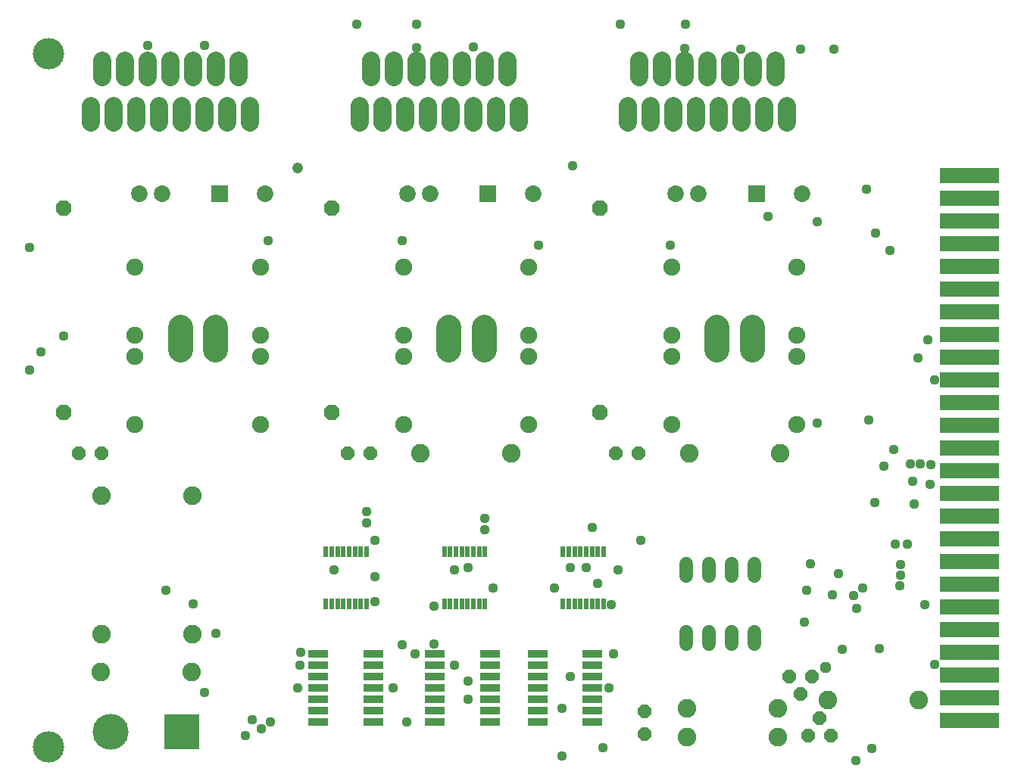
<source format=gts>
G75*
G70*
%OFA0B0*%
%FSLAX24Y24*%
%IPPOS*%
%LPD*%
%AMOC8*
5,1,8,0,0,1.08239X$1,22.5*
%
%ADD10C,0.0789*%
%ADD11C,0.1084*%
%ADD12C,0.0749*%
%ADD13OC8,0.0600*%
%ADD14C,0.0820*%
%ADD15OC8,0.0680*%
%ADD16C,0.0730*%
%ADD17R,0.0730X0.0730*%
%ADD18R,0.1580X0.1580*%
%ADD19C,0.1580*%
%ADD20R,0.0880X0.0340*%
%ADD21C,0.1380*%
%ADD22R,0.0200X0.0470*%
%ADD23C,0.0600*%
%ADD24R,0.2630X0.0680*%
%ADD25C,0.0437*%
%ADD26C,0.0476*%
%ADD27OC8,0.0476*%
D10*
X004571Y033168D02*
X004571Y033877D01*
X005571Y033877D02*
X005571Y033168D01*
X006571Y033168D02*
X006571Y033877D01*
X007571Y033877D02*
X007571Y033168D01*
X008571Y033168D02*
X008571Y033877D01*
X009571Y033877D02*
X009571Y033168D01*
X010571Y033168D02*
X010571Y033877D01*
X011571Y033877D02*
X011571Y033168D01*
X011071Y035168D02*
X011071Y035877D01*
X010071Y035877D02*
X010071Y035168D01*
X009071Y035168D02*
X009071Y035877D01*
X008071Y035877D02*
X008071Y035168D01*
X007071Y035168D02*
X007071Y035877D01*
X006071Y035877D02*
X006071Y035168D01*
X005071Y035168D02*
X005071Y035877D01*
X016382Y033877D02*
X016382Y033168D01*
X017382Y033168D02*
X017382Y033877D01*
X018382Y033877D02*
X018382Y033168D01*
X019382Y033168D02*
X019382Y033877D01*
X020382Y033877D02*
X020382Y033168D01*
X021382Y033168D02*
X021382Y033877D01*
X022382Y033877D02*
X022382Y033168D01*
X023382Y033168D02*
X023382Y033877D01*
X022882Y035168D02*
X022882Y035877D01*
X021882Y035877D02*
X021882Y035168D01*
X020882Y035168D02*
X020882Y035877D01*
X019882Y035877D02*
X019882Y035168D01*
X018882Y035168D02*
X018882Y035877D01*
X017882Y035877D02*
X017882Y035168D01*
X016882Y035168D02*
X016882Y035877D01*
X028193Y033877D02*
X028193Y033168D01*
X029193Y033168D02*
X029193Y033877D01*
X030193Y033877D02*
X030193Y033168D01*
X031193Y033168D02*
X031193Y033877D01*
X032193Y033877D02*
X032193Y033168D01*
X033193Y033168D02*
X033193Y033877D01*
X034193Y033877D02*
X034193Y033168D01*
X035193Y033168D02*
X035193Y033877D01*
X034693Y035168D02*
X034693Y035877D01*
X033693Y035877D02*
X033693Y035168D01*
X032693Y035168D02*
X032693Y035877D01*
X031693Y035877D02*
X031693Y035168D01*
X030693Y035168D02*
X030693Y035877D01*
X029693Y035877D02*
X029693Y035168D01*
X028693Y035168D02*
X028693Y035877D01*
D11*
X032094Y024150D02*
X032094Y023147D01*
X033653Y023147D02*
X033653Y024150D01*
X021842Y024150D02*
X021842Y023147D01*
X020283Y023147D02*
X020283Y024150D01*
X010031Y024150D02*
X010031Y023147D01*
X008472Y023147D02*
X008472Y024150D01*
D12*
X006496Y023802D03*
X006496Y022865D03*
X006496Y019865D03*
X012008Y019865D03*
X012008Y022865D03*
X012008Y023802D03*
X012008Y026802D03*
X006496Y026802D03*
X018307Y026802D03*
X018307Y023802D03*
X018307Y022865D03*
X018307Y019865D03*
X023819Y019865D03*
X023819Y022865D03*
X023819Y023802D03*
X023819Y026802D03*
X030118Y026802D03*
X030118Y023802D03*
X030118Y022865D03*
X030118Y019865D03*
X035630Y019865D03*
X035630Y022865D03*
X035630Y023802D03*
X035630Y026802D03*
D13*
X028649Y018609D03*
X027649Y018609D03*
X016838Y018609D03*
X015838Y018609D03*
X005027Y018609D03*
X004027Y018609D03*
X028911Y007215D03*
X028911Y006215D03*
X035299Y008747D03*
X035799Y007997D03*
X036299Y008747D03*
X036612Y006923D03*
X036112Y006173D03*
X037112Y006173D03*
D14*
X036990Y007741D03*
X034792Y007357D03*
X034797Y006088D03*
X030797Y006088D03*
X030792Y007357D03*
X040990Y007741D03*
X034874Y018609D03*
X030874Y018609D03*
X023063Y018609D03*
X019063Y018609D03*
X009024Y016714D03*
X005024Y016714D03*
X005018Y010630D03*
X004978Y008961D03*
X008978Y008961D03*
X009018Y010630D03*
D15*
X003346Y020408D03*
X003346Y029408D03*
X015157Y029408D03*
X015157Y020408D03*
X026968Y020408D03*
X026968Y029408D03*
D16*
X024031Y030026D03*
X019488Y030026D03*
X018488Y030026D03*
X012220Y030026D03*
X007677Y030026D03*
X006677Y030026D03*
X030299Y030026D03*
X031299Y030026D03*
X035842Y030026D03*
D17*
X033842Y030026D03*
X022031Y030026D03*
X010220Y030026D03*
D18*
X008539Y006337D03*
D19*
X005434Y006337D03*
D20*
X014568Y006774D03*
X014568Y007274D03*
X014568Y007774D03*
X014568Y008274D03*
X014568Y008774D03*
X014568Y009274D03*
X014568Y009774D03*
X016988Y009774D03*
X016988Y009274D03*
X016988Y008774D03*
X016988Y008274D03*
X016988Y007774D03*
X016988Y007274D03*
X016988Y006774D03*
X019686Y006774D03*
X019686Y007274D03*
X019686Y007774D03*
X019686Y008274D03*
X019686Y008774D03*
X019686Y009274D03*
X019686Y009774D03*
X022106Y009774D03*
X022106Y009274D03*
X022106Y008774D03*
X022106Y008274D03*
X022106Y007774D03*
X022106Y007274D03*
X022106Y006774D03*
X024213Y006774D03*
X024213Y007274D03*
X024213Y007774D03*
X024213Y008274D03*
X024213Y008774D03*
X024213Y009274D03*
X024213Y009774D03*
X026633Y009774D03*
X026633Y009274D03*
X026633Y008774D03*
X026633Y008274D03*
X026633Y007774D03*
X026633Y007274D03*
X026633Y006774D03*
D21*
X002686Y005649D03*
X002686Y036198D03*
D22*
X014894Y014246D03*
X015150Y014246D03*
X015406Y014246D03*
X015661Y014246D03*
X015917Y014246D03*
X016173Y014246D03*
X016429Y014246D03*
X016685Y014246D03*
X016685Y011949D03*
X016429Y011949D03*
X016173Y011949D03*
X015917Y011949D03*
X015661Y011949D03*
X015406Y011949D03*
X015150Y011949D03*
X014894Y011949D03*
X020110Y011949D03*
X020366Y011949D03*
X020622Y011949D03*
X020878Y011949D03*
X021134Y011949D03*
X021390Y011949D03*
X021646Y011949D03*
X021902Y011949D03*
X021902Y014246D03*
X021646Y014246D03*
X021390Y014246D03*
X021134Y014246D03*
X020878Y014246D03*
X020622Y014246D03*
X020366Y014246D03*
X020110Y014246D03*
X025327Y014246D03*
X025583Y014246D03*
X025839Y014246D03*
X026095Y014246D03*
X026350Y014246D03*
X026606Y014246D03*
X026862Y014246D03*
X027118Y014246D03*
X027118Y011949D03*
X026862Y011949D03*
X026606Y011949D03*
X026350Y011949D03*
X026095Y011949D03*
X025839Y011949D03*
X025583Y011949D03*
X025327Y011949D03*
D23*
X030741Y010716D02*
X030741Y010196D01*
X031741Y010196D02*
X031741Y010716D01*
X032741Y010716D02*
X032741Y010196D01*
X033741Y010196D02*
X033741Y010716D01*
X033741Y013196D02*
X033741Y013716D01*
X032741Y013716D02*
X032741Y013196D01*
X031741Y013196D02*
X031741Y013716D01*
X030741Y013716D02*
X030741Y013196D01*
D24*
X043224Y012814D03*
X043224Y013814D03*
X043224Y014814D03*
X043224Y015814D03*
X043224Y016814D03*
X043224Y017814D03*
X043224Y018814D03*
X043224Y019814D03*
X043224Y020814D03*
X043224Y021814D03*
X043224Y022814D03*
X043224Y023814D03*
X043224Y024814D03*
X043224Y025814D03*
X043224Y026814D03*
X043224Y027814D03*
X043224Y028814D03*
X043224Y029814D03*
X043224Y030814D03*
X043224Y011814D03*
X043224Y010814D03*
X043224Y009814D03*
X043224Y008814D03*
X043224Y007814D03*
X043224Y006814D03*
D25*
X041703Y009291D03*
X039254Y009990D03*
X037626Y009969D03*
X035946Y011149D03*
X037186Y012369D03*
X038136Y012324D03*
X038531Y012670D03*
X038244Y011760D03*
X037444Y013289D03*
X036205Y013711D03*
X036046Y012549D03*
X039941Y014593D03*
X040484Y014590D03*
X040186Y013684D03*
X040175Y013230D03*
X040156Y012768D03*
X041264Y011926D03*
X040799Y016343D03*
X040731Y017372D03*
X040616Y018121D03*
X041069Y018121D03*
X041523Y018108D03*
X041484Y017229D03*
X039878Y018749D03*
X039448Y018038D03*
X039061Y016415D03*
X038778Y020056D03*
X036508Y019920D03*
X040954Y022803D03*
X041380Y023579D03*
X041691Y021833D03*
X039724Y027518D03*
X039093Y028279D03*
X038676Y030241D03*
X036506Y028809D03*
X034362Y029037D03*
X030046Y027749D03*
X025746Y031249D03*
X024246Y027749D03*
X018246Y027949D03*
X012346Y027949D03*
X003346Y023749D03*
X002346Y023049D03*
X001846Y022249D03*
X001846Y027649D03*
X007071Y036570D03*
X009570Y036560D03*
X016246Y037509D03*
X018886Y037509D03*
X018903Y036467D03*
X021388Y036492D03*
X027846Y037509D03*
X030706Y037509D03*
X030693Y036432D03*
X033146Y036409D03*
X035796Y036392D03*
X037249Y036392D03*
X016689Y016031D03*
X016685Y015542D03*
X017046Y014749D03*
X015246Y013449D03*
X017046Y013149D03*
X017046Y012049D03*
X018246Y010149D03*
X018829Y009751D03*
X019646Y010189D03*
X020546Y009249D03*
X021146Y008549D03*
X021146Y007749D03*
X018446Y006749D03*
X017846Y008249D03*
X013646Y008249D03*
X013746Y009249D03*
X013789Y009810D03*
X012446Y006749D03*
X012046Y006449D03*
X011666Y006849D03*
X011346Y006149D03*
X009546Y008049D03*
X010046Y010649D03*
X009046Y011949D03*
X007846Y012549D03*
X019646Y011849D03*
X020546Y013449D03*
X021146Y013549D03*
X022246Y012649D03*
X024946Y012649D03*
X025646Y013549D03*
X026346Y013549D03*
X026862Y012861D03*
X027746Y013449D03*
X027445Y011938D03*
X027546Y009773D03*
X027346Y008249D03*
X025646Y008749D03*
X025288Y007366D03*
X027079Y005614D03*
X025284Y005263D03*
X028746Y014749D03*
X026626Y015329D03*
X021893Y015213D03*
X021881Y015727D03*
X038221Y005067D03*
X038922Y005582D03*
D26*
X013646Y031149D03*
D27*
X036903Y009172D03*
M02*

</source>
